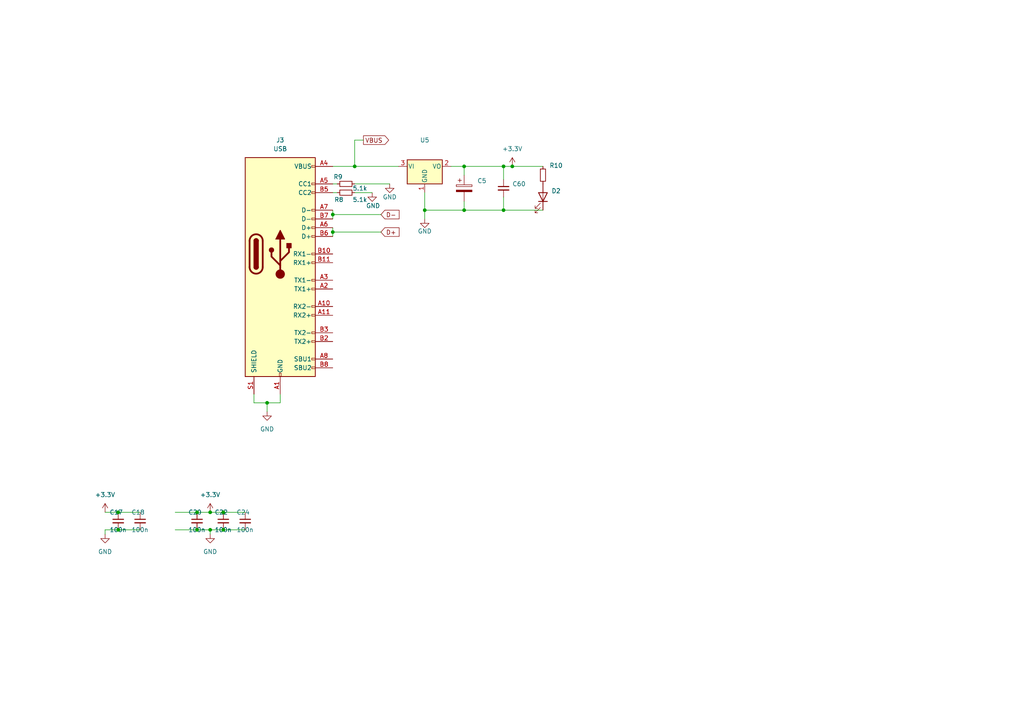
<source format=kicad_sch>
(kicad_sch (version 20231120) (generator "eeschema") (generator_version "8.0")
  (paper "A4")
  (title_block (title "GD32 5pin Level Shifter"))
  (lib_symbols
    (symbol "Connector:USB_C_Receptacle" (pin_names (offset 1.016))
      (property "Reference" "J" (at -10.16 29.21 0))
      (property "Value" "USB_C_Receptacle" (at 10.16 29.21 0))
      (symbol "USB_C_Receptacle_0_0"
        (rectangle (start -0.254 -35.56) (end 0.254 -34.544))
        (rectangle (start 10.16 -32.766) (end 9.144 -33.274))
        (rectangle (start 10.16 -30.226) (end 9.144 -30.734))
        (rectangle (start 10.16 -25.146) (end 9.144 -25.654))
        (rectangle (start 10.16 -22.606) (end 9.144 -23.114))
        (rectangle (start 10.16 -17.526) (end 9.144 -18.034))
        (rectangle (start 10.16 -14.986) (end 9.144 -15.494))
        (rectangle (start 10.16 -9.906) (end 9.144 -10.414))
        (rectangle (start 10.16 -7.366) (end 9.144 -7.874))
        (rectangle (start 10.16 -2.286) (end 9.144 -2.794))
        (rectangle (start 10.16 0.254) (end 9.144 -0.254))
        (rectangle (start 10.16 5.334) (end 9.144 4.826))
        (rectangle (start 10.16 7.874) (end 9.144 7.366))
        (rectangle (start 10.16 10.414) (end 9.144 9.906))
        (rectangle (start 10.16 12.954) (end 9.144 12.446))
        (rectangle (start 10.16 18.034) (end 9.144 17.526))
        (rectangle (start 10.16 20.574) (end 9.144 20.066))
        (rectangle (start 10.16 25.654) (end 9.144 25.146))
      )
      (symbol "USB_C_Receptacle_0_1"
        (rectangle (start -10.16 27.94) (end 10.16 -35.56) (stroke (width 0.254)) (fill (type background)))
        (arc (start -8.89 -3.81) (mid -6.985 -5.7067) (end -5.08 -3.81) (stroke (width 0.508)))
        (arc (start -7.62 -3.81) (mid -6.985 -4.4423) (end -6.35 -3.81) (stroke (width 0.254)))
        (arc (start -7.62 -3.81) (mid -6.985 -4.4423) (end -6.35 -3.81) (stroke (width 0.254)) (fill (type outline)))
        (rectangle (start -7.62 -3.81) (end -6.35 3.81) (stroke (width 0.254)) (fill (type outline)))
        (arc (start -6.35 3.81) (mid -6.985 4.4423) (end -7.62 3.81) (stroke (width 0.254)))
        (arc (start -6.35 3.81) (mid -6.985 4.4423) (end -7.62 3.81) (stroke (width 0.254)) (fill (type outline)))
        (arc (start -5.08 3.81) (mid -6.985 5.7067) (end -8.89 3.81) (stroke (width 0.508)))
        (polyline (pts (xy -8.89 -3.81) (xy -8.89 3.81)) (stroke (width 0.508)))
        (polyline (pts (xy -5.08 3.81) (xy -5.08 -3.81)) (stroke (width 0.508)))
      )
      (symbol "USB_C_Receptacle_1_1"
        (circle (center -2.54 1.143) (radius 0.635) (stroke (width 0.254)) (fill (type outline)))
        (circle (center 0 -5.842) (radius 1.27) (fill (type outline)))
        (polyline (pts (xy 0 -5.842) (xy 0 4.318)) (stroke (width 0.508)))
        (polyline (pts (xy 0 -3.302) (xy -2.54 -0.762) (xy -2.54 0.508)) (stroke (width 0.508)))
        (polyline (pts (xy 0 -2.032) (xy 2.54 0.508) (xy 2.54 1.778)) (stroke (width 0.508)))
        (polyline (pts (xy -1.27 4.318) (xy 0 6.858) (xy 1.27 4.318) (xy -1.27 4.318)) (stroke (width 0.254)) (fill (type outline)))
        (rectangle (start 1.905 1.778) (end 3.175 3.048) (stroke (width 0.254)) (fill (type outline)))
        (pin passive line (at 0 -40.64 90) (length 5.08) (name "GND") (number "A1"))
        (pin bidirectional line (at 15.24 -15.24 180) (length 5.08) (name "RX2-") (number "A10"))
        (pin bidirectional line (at 15.24 -17.78 180) (length 5.08) (name "RX2+") (number "A11"))
        (pin passive line (at 0 -40.64 90) (length 5.08) hide (name "GND") (number "A12"))
        (pin bidirectional line (at 15.24 -10.16 180) (length 5.08) (name "TX1+") (number "A2"))
        (pin bidirectional line (at 15.24 -7.62 180) (length 5.08) (name "TX1-") (number "A3"))
        (pin passive line (at 15.24 25.4 180) (length 5.08) (name "VBUS") (number "A4"))
        (pin bidirectional line (at 15.24 20.32 180) (length 5.08) (name "CC1") (number "A5"))
        (pin bidirectional line (at 15.24 7.62 180) (length 5.08) (name "D+") (number "A6"))
        (pin bidirectional line (at 15.24 12.7 180) (length 5.08) (name "D-") (number "A7"))
        (pin bidirectional line (at 15.24 -30.48 180) (length 5.08) (name "SBU1") (number "A8"))
        (pin passive line (at 15.24 25.4 180) (length 5.08) hide (name "VBUS") (number "A9"))
        (pin passive line (at 0 -40.64 90) (length 5.08) hide (name "GND") (number "B1"))
        (pin bidirectional line (at 15.24 0 180) (length 5.08) (name "RX1-") (number "B10"))
        (pin bidirectional line (at 15.24 -2.54 180) (length 5.08) (name "RX1+") (number "B11"))
        (pin passive line (at 0 -40.64 90) (length 5.08) hide (name "GND") (number "B12"))
        (pin bidirectional line (at 15.24 -25.4 180) (length 5.08) (name "TX2+") (number "B2"))
        (pin bidirectional line (at 15.24 -22.86 180) (length 5.08) (name "TX2-") (number "B3"))
        (pin passive line (at 15.24 25.4 180) (length 5.08) hide (name "VBUS") (number "B4"))
        (pin bidirectional line (at 15.24 17.78 180) (length 5.08) (name "CC2") (number "B5"))
        (pin bidirectional line (at 15.24 5.08 180) (length 5.08) (name "D+") (number "B6"))
        (pin bidirectional line (at 15.24 10.16 180) (length 5.08) (name "D-") (number "B7"))
        (pin bidirectional line (at 15.24 -33.02 180) (length 5.08) (name "SBU2") (number "B8"))
        (pin passive line (at 15.24 25.4 180) (length 5.08) hide (name "VBUS") (number "B9"))
        (pin passive line (at -7.62 -40.64 90) (length 5.08) (name "SHIELD") (number "S1"))
      )
    )
    (symbol "Device:C_Polarized" (pin_numbers hide) (pin_names (offset 0.254))
      (property "Reference" "C" (at 0.635 2.54 0))
      (property "Value" "C_Polarized" (at 0.635 -2.54 0))
      (symbol "C_Polarized_0_1"
        (rectangle (start -2.286 0.508) (end 2.286 1.016))
        (polyline (pts (xy -1.778 2.286) (xy -0.762 2.286)))
        (polyline (pts (xy -1.27 2.794) (xy -1.27 1.778)))
        (rectangle (start 2.286 -0.508) (end -2.286 -1.016) (fill (type outline)))
      )
      (symbol "C_Polarized_1_1"
        (pin passive line (at 0 3.81 270) (length 2.794) (name "~") (number "1"))
        (pin passive line (at 0 -3.81 90) (length 2.794) (name "~") (number "2"))
      )
    )
    (symbol "Device:C_Small" (pin_numbers hide) (pin_names (offset 0.254) hide)
      (property "Reference" "C" (at 0.254 1.778 0))
      (property "Value" "C_Small" (at 0.254 -2.032 0))
      (symbol "C_Small_0_1"
        (polyline (pts (xy -1.524 -0.508) (xy 1.524 -0.508)) (stroke (width 0.3302)))
        (polyline (pts (xy -1.524 0.508) (xy 1.524 0.508)) (stroke (width 0.3048)))
      )
      (symbol "C_Small_1_1"
        (pin passive line (at 0 2.54 270) (length 2.032) (name "~") (number "1"))
        (pin passive line (at 0 -2.54 90) (length 2.032) (name "~") (number "2"))
      )
    )
    (symbol "Device:LED" (pin_numbers hide) (pin_names (offset 1.016) hide)
      (property "Reference" "D" (at 0 2.54 0))
      (property "Value" "LED" (at 0 -2.54 0))
      (symbol "LED_0_1"
        (polyline (pts (xy -1.27 -1.27) (xy -1.27 1.27)) (stroke (width 0.254)))
        (polyline (pts (xy -1.27 0) (xy 1.27 0)))
        (polyline (pts (xy 1.27 -1.27) (xy 1.27 1.27) (xy -1.27 0) (xy 1.27 -1.27)) (stroke (width 0.254)))
        (polyline (pts (xy -3.048 -0.762) (xy -4.572 -2.286) (xy -3.81 -2.286) (xy -4.572 -2.286) (xy -4.572 -1.524)))
        (polyline (pts (xy -1.778 -0.762) (xy -3.302 -2.286) (xy -2.54 -2.286) (xy -3.302 -2.286) (xy -3.302 -1.524)))
      )
      (symbol "LED_1_1"
        (pin passive line (at -3.81 0 0) (length 2.54) (name "K") (number "1"))
        (pin passive line (at 3.81 0 180) (length 2.54) (name "A") (number "2"))
      )
    )
    (symbol "Device:R_Small" (pin_numbers hide) (pin_names (offset 0.254) hide)
      (property "Reference" "R" (at 0.762 0.508 0))
      (property "Value" "R_Small" (at 0.762 -1.016 0))
      (symbol "R_Small_0_1"
        (rectangle (start -0.762 1.778) (end 0.762 -1.778) (stroke (width 0.2032)))
      )
      (symbol "R_Small_1_1"
        (pin passive line (at 0 2.54 270) (length 0.762) (name "~") (number "1"))
        (pin passive line (at 0 -2.54 90) (length 0.762) (name "~") (number "2"))
      )
    )
    (symbol "Regulator_Linear:LM1117-3.3" (pin_names (offset 0.254))
      (property "Reference" "U" (at -3.81 3.175 0))
      (property "Value" "LM1117-3.3" (at 0 3.175 0))
      (symbol "LM1117-3.3_0_1"
        (rectangle (start -5.08 -5.08) (end 5.08 1.905) (stroke (width 0.254)) (fill (type background)))
      )
      (symbol "LM1117-3.3_1_1"
        (pin power_in line (at 0 -7.62 90) (length 2.54) (name "GND") (number "1"))
        (pin power_out line (at 7.62 0 180) (length 2.54) (name "VO") (number "2"))
        (pin power_in line (at -7.62 0 0) (length 2.54) (name "VI") (number "3"))
      )
    )
    (symbol "power:+3.3V" (power) (pin_names (offset 0))
      (property "Value" "+3.3V" (at 0 3.556 0))
      (symbol "+3.3V_0_1"
        (polyline (pts (xy -0.762 1.27) (xy 0 2.54)))
        (polyline (pts (xy 0 0) (xy 0 2.54)))
        (polyline (pts (xy 0 2.54) (xy 0.762 1.27)))
      )
      (symbol "+3.3V_1_1"
        (pin power_in line (at 0 0 90) (length 0) hide (name "+3.3V") (number "1"))
      )
    )
    (symbol "power:GND" (power) (pin_names (offset 0))
      (property "Value" "GND" (at 0 -3.81 0))
      (symbol "GND_0_1"
        (polyline (pts (xy 0 0) (xy 0 -1.27) (xy 1.27 -1.27) (xy 0 -2.54) (xy -1.27 -1.27) (xy 0 -1.27)))
      )
      (symbol "GND_1_1"
        (pin power_in line (at 0 0 270) (length 0) hide (name "GND") (number "1"))
      )
    )
  )
  (junction (at 134.62 60.96))
  (junction (at 34.29 148.59))
  (junction (at 64.77 148.59))
  (junction (at 123.19 60.96))
  (junction (at 146.05 60.96))
  (junction (at 102.87 48.26))
  (junction (at 57.15 148.59))
  (junction (at 64.77 153.67))
  (junction (at 96.52 67.31))
  (junction (at 146.05 48.26))
  (junction (at 57.15 153.67))
  (junction (at 60.96 153.67))
  (junction (at 134.62 48.26))
  (junction (at 77.47 116.84))
  (junction (at 34.29 153.67))
  (junction (at 148.59 48.26))
  (junction (at 96.52 62.23))
  (junction (at 60.96 148.59))
  (wire (pts (xy 102.87 48.26) (xy 115.57 48.26)))
  (wire (pts (xy 96.52 67.31) (xy 110.49 67.31)))
  (wire (pts (xy 60.96 153.67) (xy 64.77 153.67)))
  (wire (pts (xy 64.77 148.59) (xy 71.12 148.59)))
  (wire (pts (xy 148.59 48.26) (xy 157.48 48.26)))
  (wire (pts (xy 102.87 48.26) (xy 102.87 40.64)))
  (wire (pts (xy 30.48 153.67) (xy 30.48 154.94)))
  (wire (pts (xy 96.52 66.04) (xy 96.52 67.31)))
  (wire (pts (xy 60.96 153.67) (xy 60.96 154.94)))
  (wire (pts (xy 30.48 153.67) (xy 34.29 153.67)))
  (wire (pts (xy 146.05 52.07) (xy 146.05 48.26)))
  (wire (pts (xy 96.52 53.34) (xy 97.79 53.34)))
  (wire (pts (xy 30.48 148.59) (xy 34.29 148.59)))
  (wire (pts (xy 96.52 55.88) (xy 97.79 55.88)))
  (wire (pts (xy 60.96 148.59) (xy 64.77 148.59)))
  (wire (pts (xy 73.66 116.84) (xy 77.47 116.84)))
  (wire (pts (xy 134.62 60.96) (xy 146.05 60.96)))
  (wire (pts (xy 96.52 62.23) (xy 96.52 63.5)))
  (wire (pts (xy 134.62 58.42) (xy 134.62 60.96)))
  (wire (pts (xy 57.15 148.59) (xy 60.96 148.59)))
  (wire (pts (xy 146.05 60.96) (xy 157.48 60.96)))
  (wire (pts (xy 134.62 50.8) (xy 134.62 48.26)))
  (wire (pts (xy 96.52 60.96) (xy 96.52 62.23)))
  (wire (pts (xy 102.87 40.64) (xy 105.41 40.64)))
  (wire (pts (xy 34.29 148.59) (xy 40.64 148.59)))
  (wire (pts (xy 64.77 153.67) (xy 71.12 153.67)))
  (wire (pts (xy 102.87 55.88) (xy 107.95 55.88)))
  (wire (pts (xy 34.29 153.67) (xy 40.64 153.67)))
  (wire (pts (xy 123.19 55.88) (xy 123.19 60.96)))
  (wire (pts (xy 57.15 153.67) (xy 60.96 153.67)))
  (wire (pts (xy 96.52 67.31) (xy 96.52 68.58)))
  (wire (pts (xy 123.19 60.96) (xy 123.19 63.5)))
  (wire (pts (xy 96.52 62.23) (xy 110.49 62.23)))
  (wire (pts (xy 96.52 48.26) (xy 102.87 48.26)))
  (wire (pts (xy 77.47 116.84) (xy 77.47 119.38)))
  (wire (pts (xy 73.66 114.3) (xy 73.66 116.84)))
  (wire (pts (xy 50.8 148.59) (xy 57.15 148.59)))
  (wire (pts (xy 130.81 48.26) (xy 134.62 48.26)))
  (wire (pts (xy 102.87 53.34) (xy 113.03 53.34)))
  (wire (pts (xy 146.05 57.15) (xy 146.05 60.96)))
  (wire (pts (xy 146.05 48.26) (xy 148.59 48.26)))
  (wire (pts (xy 123.19 60.96) (xy 134.62 60.96)))
  (wire (pts (xy 134.62 48.26) (xy 146.05 48.26)))
  (wire (pts (xy 77.47 116.84) (xy 81.28 116.84)))
  (wire (pts (xy 81.28 114.3) (xy 81.28 116.84)))
  (wire (pts (xy 50.8 153.67) (xy 57.15 153.67)))
  (global_label "D-" (shape input) (at 110.49 62.23 0) (property "Intersheetrefs" "${INTERSHEET_REFS}" (effects (hide yes))))
  (global_label "D+" (shape input) (at 110.49 67.31 0) (property "Intersheetrefs" "${INTERSHEET_REFS}" (effects (hide yes))))
  (global_label "VBUS" (shape output) (at 105.41 40.64 0) (property "Intersheetrefs" "${INTERSHEET_REFS}" (effects (hide yes))))
  (symbol (lib_id "Device:C_Small") (at 34.29 151.13 0) (unit 1)
    (property "Reference" "C17" (at 31.75 148.59 0) (effects (justify left)))
    (property "Value" "100n" (at 31.75 153.67 0) (effects (justify left)))
    (property "Footprint" "Resistor_SMD:R_0603_1608Metric" (effects (hide yes)))
  )
  (symbol (lib_id "power:GND") (at 113.03 53.34 0) (unit 1)
    (property "Reference" "#PWR026" (effects (hide yes)))
    (property "Value" "GND" (at 113.03 57.15 0))
  )
  (symbol (lib_id "Device:R_Small") (at 157.48 50.8 0) (unit 1)
    (property "Reference" "R10" (at 161.29 48.006 0))
    (property "Value" "330" (effects (hide yes)))
    (property "Footprint" "Resistor_SMD:R_0603_1608Metric" (effects (hide yes)))
  )
  (symbol (lib_id "Device:C_Small") (at 57.15 151.13 0) (unit 1)
    (property "Reference" "C20" (at 54.61 148.59 0) (effects (justify left)))
    (property "Value" "100n" (at 54.61 153.67 0) (effects (justify left)))
    (property "Footprint" "Resistor_SMD:R_0603_1608Metric" (effects (hide yes)))
  )
  (symbol (lib_id "power:GND") (at 77.47 119.38 0) (unit 1)
    (property "Reference" "#PWR022" (effects (hide yes)))
    (property "Value" "GND" (at 77.47 124.46 0))
  )
  (symbol (lib_id "Device:R_Small") (at 100.33 53.34 270) (unit 1)
    (property "Reference" "R9" (at 98.044 51.308 90))
    (property "Value" "5.1k" (at 104.394 54.61 90))
    (property "Footprint" "Resistor_SMD:R_0603_1608Metric" (effects (hide yes)))
  )
  (symbol (lib_id "Device:C_Small") (at 146.05 54.61 0) (unit 1)
    (property "Reference" "C60" (at 148.59 53.3462 0) (effects (justify left)))
    (property "Value" "100n" (effects (hide yes)))
    (property "Footprint" "Resistor_SMD:R_0603_1608Metric" (effects (hide yes)))
  )
  (symbol (lib_id "power:GND") (at 123.19 63.5 0) (unit 1)
    (property "Reference" "#PWR025" (effects (hide yes)))
    (property "Value" "GND" (at 123.19 67.056 0))
  )
  (symbol (lib_id "Regulator_Linear:LM1117-3.3") (at 123.19 48.26 0) (unit 1)
    (property "Reference" "U5" (at 123.19 40.64 0))
    (property "Value" "LM1117-3.3" (effects (hide yes)))
    (property "Footprint" "Package_TO_SOT_SMD:SOT-223" (effects (hide yes)))
    (property "Datasheet" "http://www.ti.com/lit/ds/symlink/lm1117.pdf" (effects (hide yes)))
  )
  (symbol (lib_id "Connector:USB_C_Receptacle") (at 81.28 73.66 0) (unit 1)
    (property "Reference" "J3" (at 81.28 40.64 0))
    (property "Value" "USB" (at 81.28 43.18 0))
    (property "Footprint" "Library:USB_C_Receptacle_Palconn_UTC16-G_no_hole" (effects (hide yes)))
    (property "Datasheet" "https://www.usb.org/sites/default/files/documents/usb_type-c.zip" (effects (hide yes)))
    (property "Description" "USB Full-Featured Type-C Receptacle connector" (effects (hide yes)))
  )
  (symbol (lib_id "Device:C_Small") (at 40.64 151.13 0) (unit 1)
    (property "Reference" "C18" (at 38.1 148.59 0) (effects (justify left)))
    (property "Value" "100n" (at 38.1 153.67 0) (effects (justify left)))
    (property "Footprint" "Resistor_SMD:R_0603_1608Metric" (effects (hide yes)))
  )
  (symbol (lib_id "power:+3.3V") (at 60.96 148.59 0) (unit 1)
    (property "Reference" "#PWR051" (effects (hide yes)))
    (property "Value" "+3.3V" (at 60.96 143.51 0))
  )
  (symbol (lib_id "power:GND") (at 60.96 154.94 0) (unit 1)
    (property "Reference" "#PWR052" (effects (hide yes)))
    (property "Value" "GND" (at 60.96 160.02 0))
  )
  (symbol (lib_id "power:+3.3V") (at 30.48 148.59 0) (unit 1)
    (property "Reference" "#PWR044" (effects (hide yes)))
    (property "Value" "+3.3V" (at 30.48 143.51 0))
  )
  (symbol (lib_id "power:+3.3V") (at 148.59 48.26 0) (unit 1)
    (property "Reference" "#PWR027" (effects (hide yes)))
    (property "Value" "+3.3V" (at 148.59 43.18 0))
  )
  (symbol (lib_id "power:GND") (at 107.95 55.88 0) (unit 1)
    (property "Reference" "#PWR024" (effects (hide yes)))
    (property "Value" "GND" (at 108.204 59.69 0))
  )
  (symbol (lib_id "Device:C_Small") (at 64.77 151.13 0) (unit 1)
    (property "Reference" "C22" (at 62.23 148.59 0) (effects (justify left)))
    (property "Value" "100n" (at 62.23 153.67 0) (effects (justify left)))
    (property "Footprint" "Resistor_SMD:R_0603_1608Metric" (effects (hide yes)))
  )
  (symbol (lib_id "Device:LED") (at 157.48 57.15 270) (mirror x) (unit 1)
    (property "Reference" "D2" (at 161.29 55.372 90))
    (property "Value" "LED" (effects (hide yes)))
    (property "Footprint" "Diode_SMD:D_0805_2012Metric" (effects (hide yes)))
  )
  (symbol (lib_id "Device:C_Small") (at 71.12 151.13 0) (unit 1)
    (property "Reference" "C24" (at 68.58 148.59 0) (effects (justify left)))
    (property "Value" "100n" (at 68.58 153.67 0) (effects (justify left)))
    (property "Footprint" "Resistor_SMD:R_0603_1608Metric" (effects (hide yes)))
  )
  (symbol (lib_id "Device:R_Small") (at 100.33 55.88 270) (unit 1)
    (property "Reference" "R8" (at 98.298 57.912 90))
    (property "Value" "5.1k" (at 104.394 57.912 90))
    (property "Footprint" "Resistor_SMD:R_0603_1608Metric" (effects (hide yes)))
  )
  (symbol (lib_id "Device:C_Polarized") (at 134.62 54.61 0) (unit 1)
    (property "Reference" "C5" (at 138.43 52.4509 0) (effects (justify left)))
    (property "Value" "100u" (effects (hide yes)))
    (property "Footprint" "Capacitor_SMD:C_1206_3216Metric_Pad1.33x1.80mm_HandSolder" (effects (hide yes)))
  )
  (symbol (lib_id "power:GND") (at 30.48 154.94 0) (unit 1)
    (property "Reference" "#PWR014" (effects (hide yes)))
    (property "Value" "GND" (at 30.48 160.02 0))
  )
)
</source>
